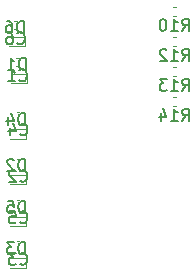
<source format=gbr>
%TF.GenerationSoftware,KiCad,Pcbnew,8.0.8*%
%TF.CreationDate,2025-03-20T21:36:52-04:00*%
%TF.ProjectId,PCB PUERTA,50434220-5055-4455-9254-412e6b696361,rev?*%
%TF.SameCoordinates,Original*%
%TF.FileFunction,Legend,Bot*%
%TF.FilePolarity,Positive*%
%FSLAX46Y46*%
G04 Gerber Fmt 4.6, Leading zero omitted, Abs format (unit mm)*
G04 Created by KiCad (PCBNEW 8.0.8) date 2025-03-20 21:36:52*
%MOMM*%
%LPD*%
G01*
G04 APERTURE LIST*
%ADD10C,0.150000*%
%ADD11C,0.120000*%
G04 APERTURE END LIST*
D10*
X110593094Y-76431419D02*
X110593094Y-75431419D01*
X110593094Y-75431419D02*
X110354999Y-75431419D01*
X110354999Y-75431419D02*
X110212142Y-75479038D01*
X110212142Y-75479038D02*
X110116904Y-75574276D01*
X110116904Y-75574276D02*
X110069285Y-75669514D01*
X110069285Y-75669514D02*
X110021666Y-75859990D01*
X110021666Y-75859990D02*
X110021666Y-76002847D01*
X110021666Y-76002847D02*
X110069285Y-76193323D01*
X110069285Y-76193323D02*
X110116904Y-76288561D01*
X110116904Y-76288561D02*
X110212142Y-76383800D01*
X110212142Y-76383800D02*
X110354999Y-76431419D01*
X110354999Y-76431419D02*
X110593094Y-76431419D01*
X109069285Y-76431419D02*
X109640713Y-76431419D01*
X109354999Y-76431419D02*
X109354999Y-75431419D01*
X109354999Y-75431419D02*
X109450237Y-75574276D01*
X109450237Y-75574276D02*
X109545475Y-75669514D01*
X109545475Y-75669514D02*
X109640713Y-75717133D01*
X110534694Y-84991219D02*
X110534694Y-83991219D01*
X110534694Y-83991219D02*
X110296599Y-83991219D01*
X110296599Y-83991219D02*
X110153742Y-84038838D01*
X110153742Y-84038838D02*
X110058504Y-84134076D01*
X110058504Y-84134076D02*
X110010885Y-84229314D01*
X110010885Y-84229314D02*
X109963266Y-84419790D01*
X109963266Y-84419790D02*
X109963266Y-84562647D01*
X109963266Y-84562647D02*
X110010885Y-84753123D01*
X110010885Y-84753123D02*
X110058504Y-84848361D01*
X110058504Y-84848361D02*
X110153742Y-84943600D01*
X110153742Y-84943600D02*
X110296599Y-84991219D01*
X110296599Y-84991219D02*
X110534694Y-84991219D01*
X109582313Y-84086457D02*
X109534694Y-84038838D01*
X109534694Y-84038838D02*
X109439456Y-83991219D01*
X109439456Y-83991219D02*
X109201361Y-83991219D01*
X109201361Y-83991219D02*
X109106123Y-84038838D01*
X109106123Y-84038838D02*
X109058504Y-84086457D01*
X109058504Y-84086457D02*
X109010885Y-84181695D01*
X109010885Y-84181695D02*
X109010885Y-84276933D01*
X109010885Y-84276933D02*
X109058504Y-84419790D01*
X109058504Y-84419790D02*
X109629932Y-84991219D01*
X109629932Y-84991219D02*
X109010885Y-84991219D01*
X110123266Y-85833580D02*
X110170885Y-85881200D01*
X110170885Y-85881200D02*
X110313742Y-85928819D01*
X110313742Y-85928819D02*
X110408980Y-85928819D01*
X110408980Y-85928819D02*
X110551837Y-85881200D01*
X110551837Y-85881200D02*
X110647075Y-85785961D01*
X110647075Y-85785961D02*
X110694694Y-85690723D01*
X110694694Y-85690723D02*
X110742313Y-85500247D01*
X110742313Y-85500247D02*
X110742313Y-85357390D01*
X110742313Y-85357390D02*
X110694694Y-85166914D01*
X110694694Y-85166914D02*
X110647075Y-85071676D01*
X110647075Y-85071676D02*
X110551837Y-84976438D01*
X110551837Y-84976438D02*
X110408980Y-84928819D01*
X110408980Y-84928819D02*
X110313742Y-84928819D01*
X110313742Y-84928819D02*
X110170885Y-84976438D01*
X110170885Y-84976438D02*
X110123266Y-85024057D01*
X109742313Y-85024057D02*
X109694694Y-84976438D01*
X109694694Y-84976438D02*
X109599456Y-84928819D01*
X109599456Y-84928819D02*
X109361361Y-84928819D01*
X109361361Y-84928819D02*
X109266123Y-84976438D01*
X109266123Y-84976438D02*
X109218504Y-85024057D01*
X109218504Y-85024057D02*
X109170885Y-85119295D01*
X109170885Y-85119295D02*
X109170885Y-85214533D01*
X109170885Y-85214533D02*
X109218504Y-85357390D01*
X109218504Y-85357390D02*
X109789932Y-85928819D01*
X109789932Y-85928819D02*
X109170885Y-85928819D01*
X123832857Y-75677219D02*
X124166190Y-75201028D01*
X124404285Y-75677219D02*
X124404285Y-74677219D01*
X124404285Y-74677219D02*
X124023333Y-74677219D01*
X124023333Y-74677219D02*
X123928095Y-74724838D01*
X123928095Y-74724838D02*
X123880476Y-74772457D01*
X123880476Y-74772457D02*
X123832857Y-74867695D01*
X123832857Y-74867695D02*
X123832857Y-75010552D01*
X123832857Y-75010552D02*
X123880476Y-75105790D01*
X123880476Y-75105790D02*
X123928095Y-75153409D01*
X123928095Y-75153409D02*
X124023333Y-75201028D01*
X124023333Y-75201028D02*
X124404285Y-75201028D01*
X122880476Y-75677219D02*
X123451904Y-75677219D01*
X123166190Y-75677219D02*
X123166190Y-74677219D01*
X123166190Y-74677219D02*
X123261428Y-74820076D01*
X123261428Y-74820076D02*
X123356666Y-74915314D01*
X123356666Y-74915314D02*
X123451904Y-74962933D01*
X122499523Y-74772457D02*
X122451904Y-74724838D01*
X122451904Y-74724838D02*
X122356666Y-74677219D01*
X122356666Y-74677219D02*
X122118571Y-74677219D01*
X122118571Y-74677219D02*
X122023333Y-74724838D01*
X122023333Y-74724838D02*
X121975714Y-74772457D01*
X121975714Y-74772457D02*
X121928095Y-74867695D01*
X121928095Y-74867695D02*
X121928095Y-74962933D01*
X121928095Y-74962933D02*
X121975714Y-75105790D01*
X121975714Y-75105790D02*
X122547142Y-75677219D01*
X122547142Y-75677219D02*
X121928095Y-75677219D01*
X110123266Y-81896580D02*
X110170885Y-81944200D01*
X110170885Y-81944200D02*
X110313742Y-81991819D01*
X110313742Y-81991819D02*
X110408980Y-81991819D01*
X110408980Y-81991819D02*
X110551837Y-81944200D01*
X110551837Y-81944200D02*
X110647075Y-81848961D01*
X110647075Y-81848961D02*
X110694694Y-81753723D01*
X110694694Y-81753723D02*
X110742313Y-81563247D01*
X110742313Y-81563247D02*
X110742313Y-81420390D01*
X110742313Y-81420390D02*
X110694694Y-81229914D01*
X110694694Y-81229914D02*
X110647075Y-81134676D01*
X110647075Y-81134676D02*
X110551837Y-81039438D01*
X110551837Y-81039438D02*
X110408980Y-80991819D01*
X110408980Y-80991819D02*
X110313742Y-80991819D01*
X110313742Y-80991819D02*
X110170885Y-81039438D01*
X110170885Y-81039438D02*
X110123266Y-81087057D01*
X109266123Y-81325152D02*
X109266123Y-81991819D01*
X109504218Y-80944200D02*
X109742313Y-81658485D01*
X109742313Y-81658485D02*
X109123266Y-81658485D01*
X123832857Y-78217219D02*
X124166190Y-77741028D01*
X124404285Y-78217219D02*
X124404285Y-77217219D01*
X124404285Y-77217219D02*
X124023333Y-77217219D01*
X124023333Y-77217219D02*
X123928095Y-77264838D01*
X123928095Y-77264838D02*
X123880476Y-77312457D01*
X123880476Y-77312457D02*
X123832857Y-77407695D01*
X123832857Y-77407695D02*
X123832857Y-77550552D01*
X123832857Y-77550552D02*
X123880476Y-77645790D01*
X123880476Y-77645790D02*
X123928095Y-77693409D01*
X123928095Y-77693409D02*
X124023333Y-77741028D01*
X124023333Y-77741028D02*
X124404285Y-77741028D01*
X122880476Y-78217219D02*
X123451904Y-78217219D01*
X123166190Y-78217219D02*
X123166190Y-77217219D01*
X123166190Y-77217219D02*
X123261428Y-77360076D01*
X123261428Y-77360076D02*
X123356666Y-77455314D01*
X123356666Y-77455314D02*
X123451904Y-77502933D01*
X122547142Y-77217219D02*
X121928095Y-77217219D01*
X121928095Y-77217219D02*
X122261428Y-77598171D01*
X122261428Y-77598171D02*
X122118571Y-77598171D01*
X122118571Y-77598171D02*
X122023333Y-77645790D01*
X122023333Y-77645790D02*
X121975714Y-77693409D01*
X121975714Y-77693409D02*
X121928095Y-77788647D01*
X121928095Y-77788647D02*
X121928095Y-78026742D01*
X121928095Y-78026742D02*
X121975714Y-78121980D01*
X121975714Y-78121980D02*
X122023333Y-78169600D01*
X122023333Y-78169600D02*
X122118571Y-78217219D01*
X122118571Y-78217219D02*
X122404285Y-78217219D01*
X122404285Y-78217219D02*
X122499523Y-78169600D01*
X122499523Y-78169600D02*
X122547142Y-78121980D01*
X110123266Y-89338780D02*
X110170885Y-89386400D01*
X110170885Y-89386400D02*
X110313742Y-89434019D01*
X110313742Y-89434019D02*
X110408980Y-89434019D01*
X110408980Y-89434019D02*
X110551837Y-89386400D01*
X110551837Y-89386400D02*
X110647075Y-89291161D01*
X110647075Y-89291161D02*
X110694694Y-89195923D01*
X110694694Y-89195923D02*
X110742313Y-89005447D01*
X110742313Y-89005447D02*
X110742313Y-88862590D01*
X110742313Y-88862590D02*
X110694694Y-88672114D01*
X110694694Y-88672114D02*
X110647075Y-88576876D01*
X110647075Y-88576876D02*
X110551837Y-88481638D01*
X110551837Y-88481638D02*
X110408980Y-88434019D01*
X110408980Y-88434019D02*
X110313742Y-88434019D01*
X110313742Y-88434019D02*
X110170885Y-88481638D01*
X110170885Y-88481638D02*
X110123266Y-88529257D01*
X109218504Y-88434019D02*
X109694694Y-88434019D01*
X109694694Y-88434019D02*
X109742313Y-88910209D01*
X109742313Y-88910209D02*
X109694694Y-88862590D01*
X109694694Y-88862590D02*
X109599456Y-88814971D01*
X109599456Y-88814971D02*
X109361361Y-88814971D01*
X109361361Y-88814971D02*
X109266123Y-88862590D01*
X109266123Y-88862590D02*
X109218504Y-88910209D01*
X109218504Y-88910209D02*
X109170885Y-89005447D01*
X109170885Y-89005447D02*
X109170885Y-89243542D01*
X109170885Y-89243542D02*
X109218504Y-89338780D01*
X109218504Y-89338780D02*
X109266123Y-89386400D01*
X109266123Y-89386400D02*
X109361361Y-89434019D01*
X109361361Y-89434019D02*
X109599456Y-89434019D01*
X109599456Y-89434019D02*
X109694694Y-89386400D01*
X109694694Y-89386400D02*
X109742313Y-89338780D01*
X110123266Y-92843980D02*
X110170885Y-92891600D01*
X110170885Y-92891600D02*
X110313742Y-92939219D01*
X110313742Y-92939219D02*
X110408980Y-92939219D01*
X110408980Y-92939219D02*
X110551837Y-92891600D01*
X110551837Y-92891600D02*
X110647075Y-92796361D01*
X110647075Y-92796361D02*
X110694694Y-92701123D01*
X110694694Y-92701123D02*
X110742313Y-92510647D01*
X110742313Y-92510647D02*
X110742313Y-92367790D01*
X110742313Y-92367790D02*
X110694694Y-92177314D01*
X110694694Y-92177314D02*
X110647075Y-92082076D01*
X110647075Y-92082076D02*
X110551837Y-91986838D01*
X110551837Y-91986838D02*
X110408980Y-91939219D01*
X110408980Y-91939219D02*
X110313742Y-91939219D01*
X110313742Y-91939219D02*
X110170885Y-91986838D01*
X110170885Y-91986838D02*
X110123266Y-92034457D01*
X109789932Y-91939219D02*
X109170885Y-91939219D01*
X109170885Y-91939219D02*
X109504218Y-92320171D01*
X109504218Y-92320171D02*
X109361361Y-92320171D01*
X109361361Y-92320171D02*
X109266123Y-92367790D01*
X109266123Y-92367790D02*
X109218504Y-92415409D01*
X109218504Y-92415409D02*
X109170885Y-92510647D01*
X109170885Y-92510647D02*
X109170885Y-92748742D01*
X109170885Y-92748742D02*
X109218504Y-92843980D01*
X109218504Y-92843980D02*
X109266123Y-92891600D01*
X109266123Y-92891600D02*
X109361361Y-92939219D01*
X109361361Y-92939219D02*
X109647075Y-92939219D01*
X109647075Y-92939219D02*
X109742313Y-92891600D01*
X109742313Y-92891600D02*
X109789932Y-92843980D01*
X110534694Y-81130419D02*
X110534694Y-80130419D01*
X110534694Y-80130419D02*
X110296599Y-80130419D01*
X110296599Y-80130419D02*
X110153742Y-80178038D01*
X110153742Y-80178038D02*
X110058504Y-80273276D01*
X110058504Y-80273276D02*
X110010885Y-80368514D01*
X110010885Y-80368514D02*
X109963266Y-80558990D01*
X109963266Y-80558990D02*
X109963266Y-80701847D01*
X109963266Y-80701847D02*
X110010885Y-80892323D01*
X110010885Y-80892323D02*
X110058504Y-80987561D01*
X110058504Y-80987561D02*
X110153742Y-81082800D01*
X110153742Y-81082800D02*
X110296599Y-81130419D01*
X110296599Y-81130419D02*
X110534694Y-81130419D01*
X109106123Y-80463752D02*
X109106123Y-81130419D01*
X109344218Y-80082800D02*
X109582313Y-80797085D01*
X109582313Y-80797085D02*
X108963266Y-80797085D01*
X110534694Y-92052419D02*
X110534694Y-91052419D01*
X110534694Y-91052419D02*
X110296599Y-91052419D01*
X110296599Y-91052419D02*
X110153742Y-91100038D01*
X110153742Y-91100038D02*
X110058504Y-91195276D01*
X110058504Y-91195276D02*
X110010885Y-91290514D01*
X110010885Y-91290514D02*
X109963266Y-91480990D01*
X109963266Y-91480990D02*
X109963266Y-91623847D01*
X109963266Y-91623847D02*
X110010885Y-91814323D01*
X110010885Y-91814323D02*
X110058504Y-91909561D01*
X110058504Y-91909561D02*
X110153742Y-92004800D01*
X110153742Y-92004800D02*
X110296599Y-92052419D01*
X110296599Y-92052419D02*
X110534694Y-92052419D01*
X109629932Y-91052419D02*
X109010885Y-91052419D01*
X109010885Y-91052419D02*
X109344218Y-91433371D01*
X109344218Y-91433371D02*
X109201361Y-91433371D01*
X109201361Y-91433371D02*
X109106123Y-91480990D01*
X109106123Y-91480990D02*
X109058504Y-91528609D01*
X109058504Y-91528609D02*
X109010885Y-91623847D01*
X109010885Y-91623847D02*
X109010885Y-91861942D01*
X109010885Y-91861942D02*
X109058504Y-91957180D01*
X109058504Y-91957180D02*
X109106123Y-92004800D01*
X109106123Y-92004800D02*
X109201361Y-92052419D01*
X109201361Y-92052419D02*
X109487075Y-92052419D01*
X109487075Y-92052419D02*
X109582313Y-92004800D01*
X109582313Y-92004800D02*
X109629932Y-91957180D01*
X110412694Y-73307219D02*
X110412694Y-72307219D01*
X110412694Y-72307219D02*
X110174599Y-72307219D01*
X110174599Y-72307219D02*
X110031742Y-72354838D01*
X110031742Y-72354838D02*
X109936504Y-72450076D01*
X109936504Y-72450076D02*
X109888885Y-72545314D01*
X109888885Y-72545314D02*
X109841266Y-72735790D01*
X109841266Y-72735790D02*
X109841266Y-72878647D01*
X109841266Y-72878647D02*
X109888885Y-73069123D01*
X109888885Y-73069123D02*
X109936504Y-73164361D01*
X109936504Y-73164361D02*
X110031742Y-73259600D01*
X110031742Y-73259600D02*
X110174599Y-73307219D01*
X110174599Y-73307219D02*
X110412694Y-73307219D01*
X108984123Y-72307219D02*
X109174599Y-72307219D01*
X109174599Y-72307219D02*
X109269837Y-72354838D01*
X109269837Y-72354838D02*
X109317456Y-72402457D01*
X109317456Y-72402457D02*
X109412694Y-72545314D01*
X109412694Y-72545314D02*
X109460313Y-72735790D01*
X109460313Y-72735790D02*
X109460313Y-73116742D01*
X109460313Y-73116742D02*
X109412694Y-73211980D01*
X109412694Y-73211980D02*
X109365075Y-73259600D01*
X109365075Y-73259600D02*
X109269837Y-73307219D01*
X109269837Y-73307219D02*
X109079361Y-73307219D01*
X109079361Y-73307219D02*
X108984123Y-73259600D01*
X108984123Y-73259600D02*
X108936504Y-73211980D01*
X108936504Y-73211980D02*
X108888885Y-73116742D01*
X108888885Y-73116742D02*
X108888885Y-72878647D01*
X108888885Y-72878647D02*
X108936504Y-72783409D01*
X108936504Y-72783409D02*
X108984123Y-72735790D01*
X108984123Y-72735790D02*
X109079361Y-72688171D01*
X109079361Y-72688171D02*
X109269837Y-72688171D01*
X109269837Y-72688171D02*
X109365075Y-72735790D01*
X109365075Y-72735790D02*
X109412694Y-72783409D01*
X109412694Y-72783409D02*
X109460313Y-72878647D01*
X123832857Y-73137219D02*
X124166190Y-72661028D01*
X124404285Y-73137219D02*
X124404285Y-72137219D01*
X124404285Y-72137219D02*
X124023333Y-72137219D01*
X124023333Y-72137219D02*
X123928095Y-72184838D01*
X123928095Y-72184838D02*
X123880476Y-72232457D01*
X123880476Y-72232457D02*
X123832857Y-72327695D01*
X123832857Y-72327695D02*
X123832857Y-72470552D01*
X123832857Y-72470552D02*
X123880476Y-72565790D01*
X123880476Y-72565790D02*
X123928095Y-72613409D01*
X123928095Y-72613409D02*
X124023333Y-72661028D01*
X124023333Y-72661028D02*
X124404285Y-72661028D01*
X122880476Y-73137219D02*
X123451904Y-73137219D01*
X123166190Y-73137219D02*
X123166190Y-72137219D01*
X123166190Y-72137219D02*
X123261428Y-72280076D01*
X123261428Y-72280076D02*
X123356666Y-72375314D01*
X123356666Y-72375314D02*
X123451904Y-72422933D01*
X122261428Y-72137219D02*
X122166190Y-72137219D01*
X122166190Y-72137219D02*
X122070952Y-72184838D01*
X122070952Y-72184838D02*
X122023333Y-72232457D01*
X122023333Y-72232457D02*
X121975714Y-72327695D01*
X121975714Y-72327695D02*
X121928095Y-72518171D01*
X121928095Y-72518171D02*
X121928095Y-72756266D01*
X121928095Y-72756266D02*
X121975714Y-72946742D01*
X121975714Y-72946742D02*
X122023333Y-73041980D01*
X122023333Y-73041980D02*
X122070952Y-73089600D01*
X122070952Y-73089600D02*
X122166190Y-73137219D01*
X122166190Y-73137219D02*
X122261428Y-73137219D01*
X122261428Y-73137219D02*
X122356666Y-73089600D01*
X122356666Y-73089600D02*
X122404285Y-73041980D01*
X122404285Y-73041980D02*
X122451904Y-72946742D01*
X122451904Y-72946742D02*
X122499523Y-72756266D01*
X122499523Y-72756266D02*
X122499523Y-72518171D01*
X122499523Y-72518171D02*
X122451904Y-72327695D01*
X122451904Y-72327695D02*
X122404285Y-72232457D01*
X122404285Y-72232457D02*
X122356666Y-72184838D01*
X122356666Y-72184838D02*
X122261428Y-72137219D01*
X123832857Y-80757219D02*
X124166190Y-80281028D01*
X124404285Y-80757219D02*
X124404285Y-79757219D01*
X124404285Y-79757219D02*
X124023333Y-79757219D01*
X124023333Y-79757219D02*
X123928095Y-79804838D01*
X123928095Y-79804838D02*
X123880476Y-79852457D01*
X123880476Y-79852457D02*
X123832857Y-79947695D01*
X123832857Y-79947695D02*
X123832857Y-80090552D01*
X123832857Y-80090552D02*
X123880476Y-80185790D01*
X123880476Y-80185790D02*
X123928095Y-80233409D01*
X123928095Y-80233409D02*
X124023333Y-80281028D01*
X124023333Y-80281028D02*
X124404285Y-80281028D01*
X122880476Y-80757219D02*
X123451904Y-80757219D01*
X123166190Y-80757219D02*
X123166190Y-79757219D01*
X123166190Y-79757219D02*
X123261428Y-79900076D01*
X123261428Y-79900076D02*
X123356666Y-79995314D01*
X123356666Y-79995314D02*
X123451904Y-80042933D01*
X122023333Y-80090552D02*
X122023333Y-80757219D01*
X122261428Y-79709600D02*
X122499523Y-80423885D01*
X122499523Y-80423885D02*
X121880476Y-80423885D01*
X110072466Y-77299180D02*
X110120085Y-77346800D01*
X110120085Y-77346800D02*
X110262942Y-77394419D01*
X110262942Y-77394419D02*
X110358180Y-77394419D01*
X110358180Y-77394419D02*
X110501037Y-77346800D01*
X110501037Y-77346800D02*
X110596275Y-77251561D01*
X110596275Y-77251561D02*
X110643894Y-77156323D01*
X110643894Y-77156323D02*
X110691513Y-76965847D01*
X110691513Y-76965847D02*
X110691513Y-76822990D01*
X110691513Y-76822990D02*
X110643894Y-76632514D01*
X110643894Y-76632514D02*
X110596275Y-76537276D01*
X110596275Y-76537276D02*
X110501037Y-76442038D01*
X110501037Y-76442038D02*
X110358180Y-76394419D01*
X110358180Y-76394419D02*
X110262942Y-76394419D01*
X110262942Y-76394419D02*
X110120085Y-76442038D01*
X110120085Y-76442038D02*
X110072466Y-76489657D01*
X109120085Y-77394419D02*
X109691513Y-77394419D01*
X109405799Y-77394419D02*
X109405799Y-76394419D01*
X109405799Y-76394419D02*
X109501037Y-76537276D01*
X109501037Y-76537276D02*
X109596275Y-76632514D01*
X109596275Y-76632514D02*
X109691513Y-76680133D01*
X110534694Y-88547219D02*
X110534694Y-87547219D01*
X110534694Y-87547219D02*
X110296599Y-87547219D01*
X110296599Y-87547219D02*
X110153742Y-87594838D01*
X110153742Y-87594838D02*
X110058504Y-87690076D01*
X110058504Y-87690076D02*
X110010885Y-87785314D01*
X110010885Y-87785314D02*
X109963266Y-87975790D01*
X109963266Y-87975790D02*
X109963266Y-88118647D01*
X109963266Y-88118647D02*
X110010885Y-88309123D01*
X110010885Y-88309123D02*
X110058504Y-88404361D01*
X110058504Y-88404361D02*
X110153742Y-88499600D01*
X110153742Y-88499600D02*
X110296599Y-88547219D01*
X110296599Y-88547219D02*
X110534694Y-88547219D01*
X109058504Y-87547219D02*
X109534694Y-87547219D01*
X109534694Y-87547219D02*
X109582313Y-88023409D01*
X109582313Y-88023409D02*
X109534694Y-87975790D01*
X109534694Y-87975790D02*
X109439456Y-87928171D01*
X109439456Y-87928171D02*
X109201361Y-87928171D01*
X109201361Y-87928171D02*
X109106123Y-87975790D01*
X109106123Y-87975790D02*
X109058504Y-88023409D01*
X109058504Y-88023409D02*
X109010885Y-88118647D01*
X109010885Y-88118647D02*
X109010885Y-88356742D01*
X109010885Y-88356742D02*
X109058504Y-88451980D01*
X109058504Y-88451980D02*
X109106123Y-88499600D01*
X109106123Y-88499600D02*
X109201361Y-88547219D01*
X109201361Y-88547219D02*
X109439456Y-88547219D01*
X109439456Y-88547219D02*
X109534694Y-88499600D01*
X109534694Y-88499600D02*
X109582313Y-88451980D01*
X109894666Y-74174980D02*
X109942285Y-74222600D01*
X109942285Y-74222600D02*
X110085142Y-74270219D01*
X110085142Y-74270219D02*
X110180380Y-74270219D01*
X110180380Y-74270219D02*
X110323237Y-74222600D01*
X110323237Y-74222600D02*
X110418475Y-74127361D01*
X110418475Y-74127361D02*
X110466094Y-74032123D01*
X110466094Y-74032123D02*
X110513713Y-73841647D01*
X110513713Y-73841647D02*
X110513713Y-73698790D01*
X110513713Y-73698790D02*
X110466094Y-73508314D01*
X110466094Y-73508314D02*
X110418475Y-73413076D01*
X110418475Y-73413076D02*
X110323237Y-73317838D01*
X110323237Y-73317838D02*
X110180380Y-73270219D01*
X110180380Y-73270219D02*
X110085142Y-73270219D01*
X110085142Y-73270219D02*
X109942285Y-73317838D01*
X109942285Y-73317838D02*
X109894666Y-73365457D01*
X109037523Y-73270219D02*
X109227999Y-73270219D01*
X109227999Y-73270219D02*
X109323237Y-73317838D01*
X109323237Y-73317838D02*
X109370856Y-73365457D01*
X109370856Y-73365457D02*
X109466094Y-73508314D01*
X109466094Y-73508314D02*
X109513713Y-73698790D01*
X109513713Y-73698790D02*
X109513713Y-74079742D01*
X109513713Y-74079742D02*
X109466094Y-74174980D01*
X109466094Y-74174980D02*
X109418475Y-74222600D01*
X109418475Y-74222600D02*
X109323237Y-74270219D01*
X109323237Y-74270219D02*
X109132761Y-74270219D01*
X109132761Y-74270219D02*
X109037523Y-74222600D01*
X109037523Y-74222600D02*
X108989904Y-74174980D01*
X108989904Y-74174980D02*
X108942285Y-74079742D01*
X108942285Y-74079742D02*
X108942285Y-73841647D01*
X108942285Y-73841647D02*
X108989904Y-73746409D01*
X108989904Y-73746409D02*
X109037523Y-73698790D01*
X109037523Y-73698790D02*
X109132761Y-73651171D01*
X109132761Y-73651171D02*
X109323237Y-73651171D01*
X109323237Y-73651171D02*
X109418475Y-73698790D01*
X109418475Y-73698790D02*
X109466094Y-73746409D01*
X109466094Y-73746409D02*
X109513713Y-73841647D01*
D11*
%TO.C,D1*%
X110715000Y-76776600D02*
X109355000Y-76776600D01*
X110715000Y-77576600D02*
X109355000Y-77576600D01*
X110715000Y-77576600D02*
X110715000Y-76776600D01*
%TO.C,D2*%
X110656600Y-85336400D02*
X109296600Y-85336400D01*
X110656600Y-86136400D02*
X109296600Y-86136400D01*
X110656600Y-86136400D02*
X110656600Y-85336400D01*
%TO.C,C2*%
X110064436Y-83954000D02*
X109848764Y-83954000D01*
X110064436Y-84674000D02*
X109848764Y-84674000D01*
%TO.C,R12*%
X123343641Y-73672400D02*
X123036359Y-73672400D01*
X123343641Y-74432400D02*
X123036359Y-74432400D01*
%TO.C,C4*%
X110064436Y-80017000D02*
X109848764Y-80017000D01*
X110064436Y-80737000D02*
X109848764Y-80737000D01*
%TO.C,R13*%
X123343641Y-76212400D02*
X123036359Y-76212400D01*
X123343641Y-76972400D02*
X123036359Y-76972400D01*
%TO.C,C5*%
X110064436Y-87459200D02*
X109848764Y-87459200D01*
X110064436Y-88179200D02*
X109848764Y-88179200D01*
%TO.C,C3*%
X110064436Y-90964400D02*
X109848764Y-90964400D01*
X110064436Y-91684400D02*
X109848764Y-91684400D01*
%TO.C,D4*%
X110656600Y-81475600D02*
X109296600Y-81475600D01*
X110656600Y-82275600D02*
X109296600Y-82275600D01*
X110656600Y-82275600D02*
X110656600Y-81475600D01*
%TO.C,D3*%
X110656600Y-92397600D02*
X109296600Y-92397600D01*
X110656600Y-93197600D02*
X109296600Y-93197600D01*
X110656600Y-93197600D02*
X110656600Y-92397600D01*
%TO.C,D6*%
X110534600Y-73652400D02*
X109174600Y-73652400D01*
X110534600Y-74452400D02*
X109174600Y-74452400D01*
X110534600Y-74452400D02*
X110534600Y-73652400D01*
%TO.C,R10*%
X123343641Y-71132400D02*
X123036359Y-71132400D01*
X123343641Y-71892400D02*
X123036359Y-71892400D01*
%TO.C,R14*%
X123343641Y-78752400D02*
X123036359Y-78752400D01*
X123343641Y-79512400D02*
X123036359Y-79512400D01*
%TO.C,C1*%
X110013636Y-75419600D02*
X109797964Y-75419600D01*
X110013636Y-76139600D02*
X109797964Y-76139600D01*
%TO.C,D5*%
X110656600Y-88892400D02*
X109296600Y-88892400D01*
X110656600Y-89692400D02*
X109296600Y-89692400D01*
X110656600Y-89692400D02*
X110656600Y-88892400D01*
%TO.C,C6*%
X109835836Y-72295400D02*
X109620164Y-72295400D01*
X109835836Y-73015400D02*
X109620164Y-73015400D01*
%TD*%
M02*

</source>
